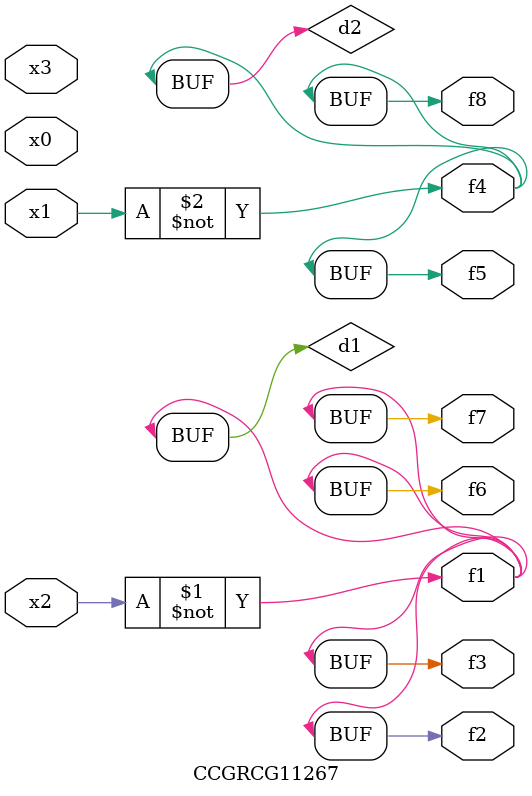
<source format=v>
module CCGRCG11267(
	input x0, x1, x2, x3,
	output f1, f2, f3, f4, f5, f6, f7, f8
);

	wire d1, d2;

	xnor (d1, x2);
	not (d2, x1);
	assign f1 = d1;
	assign f2 = d1;
	assign f3 = d1;
	assign f4 = d2;
	assign f5 = d2;
	assign f6 = d1;
	assign f7 = d1;
	assign f8 = d2;
endmodule

</source>
